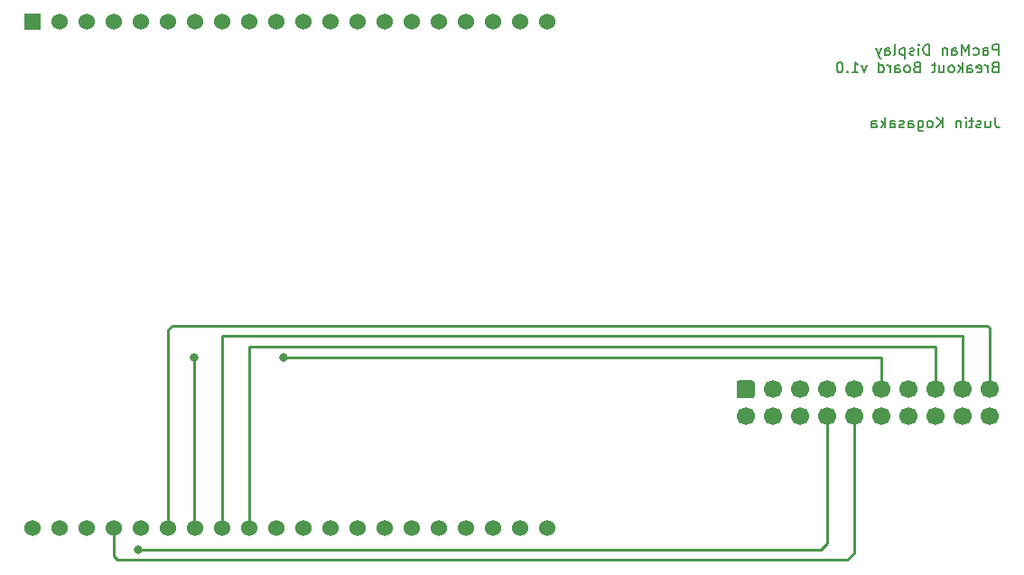
<source format=gbr>
%TF.GenerationSoftware,KiCad,Pcbnew,(5.1.10)-1*%
%TF.CreationDate,2022-03-08T20:45:29-05:00*%
%TF.ProjectId,PacMan-display,5061634d-616e-42d6-9469-73706c61792e,1.0*%
%TF.SameCoordinates,Original*%
%TF.FileFunction,Copper,L2,Bot*%
%TF.FilePolarity,Positive*%
%FSLAX46Y46*%
G04 Gerber Fmt 4.6, Leading zero omitted, Abs format (unit mm)*
G04 Created by KiCad (PCBNEW (5.1.10)-1) date 2022-03-08 20:45:29*
%MOMM*%
%LPD*%
G01*
G04 APERTURE LIST*
%TA.AperFunction,NonConductor*%
%ADD10C,0.150000*%
%TD*%
%TA.AperFunction,ComponentPad*%
%ADD11C,1.524000*%
%TD*%
%TA.AperFunction,ComponentPad*%
%ADD12R,1.524000X1.524000*%
%TD*%
%TA.AperFunction,ComponentPad*%
%ADD13C,1.700000*%
%TD*%
%TA.AperFunction,ViaPad*%
%ADD14C,0.800000*%
%TD*%
%TA.AperFunction,Conductor*%
%ADD15C,0.250000*%
%TD*%
G04 APERTURE END LIST*
D10*
X187562690Y-82950380D02*
X187562690Y-83664666D01*
X187610309Y-83807523D01*
X187705547Y-83902761D01*
X187848404Y-83950380D01*
X187943642Y-83950380D01*
X186657928Y-83283714D02*
X186657928Y-83950380D01*
X187086500Y-83283714D02*
X187086500Y-83807523D01*
X187038880Y-83902761D01*
X186943642Y-83950380D01*
X186800785Y-83950380D01*
X186705547Y-83902761D01*
X186657928Y-83855142D01*
X186229357Y-83902761D02*
X186134119Y-83950380D01*
X185943642Y-83950380D01*
X185848404Y-83902761D01*
X185800785Y-83807523D01*
X185800785Y-83759904D01*
X185848404Y-83664666D01*
X185943642Y-83617047D01*
X186086500Y-83617047D01*
X186181738Y-83569428D01*
X186229357Y-83474190D01*
X186229357Y-83426571D01*
X186181738Y-83331333D01*
X186086500Y-83283714D01*
X185943642Y-83283714D01*
X185848404Y-83331333D01*
X185515071Y-83283714D02*
X185134119Y-83283714D01*
X185372214Y-82950380D02*
X185372214Y-83807523D01*
X185324595Y-83902761D01*
X185229357Y-83950380D01*
X185134119Y-83950380D01*
X184800785Y-83950380D02*
X184800785Y-83283714D01*
X184800785Y-82950380D02*
X184848404Y-82998000D01*
X184800785Y-83045619D01*
X184753166Y-82998000D01*
X184800785Y-82950380D01*
X184800785Y-83045619D01*
X184324595Y-83283714D02*
X184324595Y-83950380D01*
X184324595Y-83378952D02*
X184276976Y-83331333D01*
X184181738Y-83283714D01*
X184038880Y-83283714D01*
X183943642Y-83331333D01*
X183896023Y-83426571D01*
X183896023Y-83950380D01*
X182657928Y-83950380D02*
X182657928Y-82950380D01*
X182086500Y-83950380D02*
X182515071Y-83378952D01*
X182086500Y-82950380D02*
X182657928Y-83521809D01*
X181515071Y-83950380D02*
X181610309Y-83902761D01*
X181657928Y-83855142D01*
X181705547Y-83759904D01*
X181705547Y-83474190D01*
X181657928Y-83378952D01*
X181610309Y-83331333D01*
X181515071Y-83283714D01*
X181372214Y-83283714D01*
X181276976Y-83331333D01*
X181229357Y-83378952D01*
X181181738Y-83474190D01*
X181181738Y-83759904D01*
X181229357Y-83855142D01*
X181276976Y-83902761D01*
X181372214Y-83950380D01*
X181515071Y-83950380D01*
X180324595Y-83283714D02*
X180324595Y-84093238D01*
X180372214Y-84188476D01*
X180419833Y-84236095D01*
X180515071Y-84283714D01*
X180657928Y-84283714D01*
X180753166Y-84236095D01*
X180324595Y-83902761D02*
X180419833Y-83950380D01*
X180610309Y-83950380D01*
X180705547Y-83902761D01*
X180753166Y-83855142D01*
X180800785Y-83759904D01*
X180800785Y-83474190D01*
X180753166Y-83378952D01*
X180705547Y-83331333D01*
X180610309Y-83283714D01*
X180419833Y-83283714D01*
X180324595Y-83331333D01*
X179419833Y-83950380D02*
X179419833Y-83426571D01*
X179467452Y-83331333D01*
X179562690Y-83283714D01*
X179753166Y-83283714D01*
X179848404Y-83331333D01*
X179419833Y-83902761D02*
X179515071Y-83950380D01*
X179753166Y-83950380D01*
X179848404Y-83902761D01*
X179896023Y-83807523D01*
X179896023Y-83712285D01*
X179848404Y-83617047D01*
X179753166Y-83569428D01*
X179515071Y-83569428D01*
X179419833Y-83521809D01*
X178991261Y-83902761D02*
X178896023Y-83950380D01*
X178705547Y-83950380D01*
X178610309Y-83902761D01*
X178562690Y-83807523D01*
X178562690Y-83759904D01*
X178610309Y-83664666D01*
X178705547Y-83617047D01*
X178848404Y-83617047D01*
X178943642Y-83569428D01*
X178991261Y-83474190D01*
X178991261Y-83426571D01*
X178943642Y-83331333D01*
X178848404Y-83283714D01*
X178705547Y-83283714D01*
X178610309Y-83331333D01*
X177705547Y-83950380D02*
X177705547Y-83426571D01*
X177753166Y-83331333D01*
X177848404Y-83283714D01*
X178038880Y-83283714D01*
X178134119Y-83331333D01*
X177705547Y-83902761D02*
X177800785Y-83950380D01*
X178038880Y-83950380D01*
X178134119Y-83902761D01*
X178181738Y-83807523D01*
X178181738Y-83712285D01*
X178134119Y-83617047D01*
X178038880Y-83569428D01*
X177800785Y-83569428D01*
X177705547Y-83521809D01*
X177229357Y-83950380D02*
X177229357Y-82950380D01*
X177134119Y-83569428D02*
X176848404Y-83950380D01*
X176848404Y-83283714D02*
X177229357Y-83664666D01*
X175991261Y-83950380D02*
X175991261Y-83426571D01*
X176038880Y-83331333D01*
X176134119Y-83283714D01*
X176324595Y-83283714D01*
X176419833Y-83331333D01*
X175991261Y-83902761D02*
X176086500Y-83950380D01*
X176324595Y-83950380D01*
X176419833Y-83902761D01*
X176467452Y-83807523D01*
X176467452Y-83712285D01*
X176419833Y-83617047D01*
X176324595Y-83569428D01*
X176086500Y-83569428D01*
X175991261Y-83521809D01*
X187848404Y-77125380D02*
X187848404Y-76125380D01*
X187467452Y-76125380D01*
X187372214Y-76173000D01*
X187324595Y-76220619D01*
X187276976Y-76315857D01*
X187276976Y-76458714D01*
X187324595Y-76553952D01*
X187372214Y-76601571D01*
X187467452Y-76649190D01*
X187848404Y-76649190D01*
X186419833Y-77125380D02*
X186419833Y-76601571D01*
X186467452Y-76506333D01*
X186562690Y-76458714D01*
X186753166Y-76458714D01*
X186848404Y-76506333D01*
X186419833Y-77077761D02*
X186515071Y-77125380D01*
X186753166Y-77125380D01*
X186848404Y-77077761D01*
X186896023Y-76982523D01*
X186896023Y-76887285D01*
X186848404Y-76792047D01*
X186753166Y-76744428D01*
X186515071Y-76744428D01*
X186419833Y-76696809D01*
X185515071Y-77077761D02*
X185610309Y-77125380D01*
X185800785Y-77125380D01*
X185896023Y-77077761D01*
X185943642Y-77030142D01*
X185991261Y-76934904D01*
X185991261Y-76649190D01*
X185943642Y-76553952D01*
X185896023Y-76506333D01*
X185800785Y-76458714D01*
X185610309Y-76458714D01*
X185515071Y-76506333D01*
X185086500Y-77125380D02*
X185086500Y-76125380D01*
X184753166Y-76839666D01*
X184419833Y-76125380D01*
X184419833Y-77125380D01*
X183515071Y-77125380D02*
X183515071Y-76601571D01*
X183562690Y-76506333D01*
X183657928Y-76458714D01*
X183848404Y-76458714D01*
X183943642Y-76506333D01*
X183515071Y-77077761D02*
X183610309Y-77125380D01*
X183848404Y-77125380D01*
X183943642Y-77077761D01*
X183991261Y-76982523D01*
X183991261Y-76887285D01*
X183943642Y-76792047D01*
X183848404Y-76744428D01*
X183610309Y-76744428D01*
X183515071Y-76696809D01*
X183038880Y-76458714D02*
X183038880Y-77125380D01*
X183038880Y-76553952D02*
X182991261Y-76506333D01*
X182896023Y-76458714D01*
X182753166Y-76458714D01*
X182657928Y-76506333D01*
X182610309Y-76601571D01*
X182610309Y-77125380D01*
X181372214Y-77125380D02*
X181372214Y-76125380D01*
X181134119Y-76125380D01*
X180991261Y-76173000D01*
X180896023Y-76268238D01*
X180848404Y-76363476D01*
X180800785Y-76553952D01*
X180800785Y-76696809D01*
X180848404Y-76887285D01*
X180896023Y-76982523D01*
X180991261Y-77077761D01*
X181134119Y-77125380D01*
X181372214Y-77125380D01*
X180372214Y-77125380D02*
X180372214Y-76458714D01*
X180372214Y-76125380D02*
X180419833Y-76173000D01*
X180372214Y-76220619D01*
X180324595Y-76173000D01*
X180372214Y-76125380D01*
X180372214Y-76220619D01*
X179943642Y-77077761D02*
X179848404Y-77125380D01*
X179657928Y-77125380D01*
X179562690Y-77077761D01*
X179515071Y-76982523D01*
X179515071Y-76934904D01*
X179562690Y-76839666D01*
X179657928Y-76792047D01*
X179800785Y-76792047D01*
X179896023Y-76744428D01*
X179943642Y-76649190D01*
X179943642Y-76601571D01*
X179896023Y-76506333D01*
X179800785Y-76458714D01*
X179657928Y-76458714D01*
X179562690Y-76506333D01*
X179086500Y-76458714D02*
X179086500Y-77458714D01*
X179086500Y-76506333D02*
X178991261Y-76458714D01*
X178800785Y-76458714D01*
X178705547Y-76506333D01*
X178657928Y-76553952D01*
X178610309Y-76649190D01*
X178610309Y-76934904D01*
X178657928Y-77030142D01*
X178705547Y-77077761D01*
X178800785Y-77125380D01*
X178991261Y-77125380D01*
X179086500Y-77077761D01*
X178038880Y-77125380D02*
X178134119Y-77077761D01*
X178181738Y-76982523D01*
X178181738Y-76125380D01*
X177229357Y-77125380D02*
X177229357Y-76601571D01*
X177276976Y-76506333D01*
X177372214Y-76458714D01*
X177562690Y-76458714D01*
X177657928Y-76506333D01*
X177229357Y-77077761D02*
X177324595Y-77125380D01*
X177562690Y-77125380D01*
X177657928Y-77077761D01*
X177705547Y-76982523D01*
X177705547Y-76887285D01*
X177657928Y-76792047D01*
X177562690Y-76744428D01*
X177324595Y-76744428D01*
X177229357Y-76696809D01*
X176848404Y-76458714D02*
X176610309Y-77125380D01*
X176372214Y-76458714D02*
X176610309Y-77125380D01*
X176705547Y-77363476D01*
X176753166Y-77411095D01*
X176848404Y-77458714D01*
X187515071Y-78251571D02*
X187372214Y-78299190D01*
X187324595Y-78346809D01*
X187276976Y-78442047D01*
X187276976Y-78584904D01*
X187324595Y-78680142D01*
X187372214Y-78727761D01*
X187467452Y-78775380D01*
X187848404Y-78775380D01*
X187848404Y-77775380D01*
X187515071Y-77775380D01*
X187419833Y-77823000D01*
X187372214Y-77870619D01*
X187324595Y-77965857D01*
X187324595Y-78061095D01*
X187372214Y-78156333D01*
X187419833Y-78203952D01*
X187515071Y-78251571D01*
X187848404Y-78251571D01*
X186848404Y-78775380D02*
X186848404Y-78108714D01*
X186848404Y-78299190D02*
X186800785Y-78203952D01*
X186753166Y-78156333D01*
X186657928Y-78108714D01*
X186562690Y-78108714D01*
X185848404Y-78727761D02*
X185943642Y-78775380D01*
X186134119Y-78775380D01*
X186229357Y-78727761D01*
X186276976Y-78632523D01*
X186276976Y-78251571D01*
X186229357Y-78156333D01*
X186134119Y-78108714D01*
X185943642Y-78108714D01*
X185848404Y-78156333D01*
X185800785Y-78251571D01*
X185800785Y-78346809D01*
X186276976Y-78442047D01*
X184943642Y-78775380D02*
X184943642Y-78251571D01*
X184991261Y-78156333D01*
X185086500Y-78108714D01*
X185276976Y-78108714D01*
X185372214Y-78156333D01*
X184943642Y-78727761D02*
X185038880Y-78775380D01*
X185276976Y-78775380D01*
X185372214Y-78727761D01*
X185419833Y-78632523D01*
X185419833Y-78537285D01*
X185372214Y-78442047D01*
X185276976Y-78394428D01*
X185038880Y-78394428D01*
X184943642Y-78346809D01*
X184467452Y-78775380D02*
X184467452Y-77775380D01*
X184372214Y-78394428D02*
X184086500Y-78775380D01*
X184086500Y-78108714D02*
X184467452Y-78489666D01*
X183515071Y-78775380D02*
X183610309Y-78727761D01*
X183657928Y-78680142D01*
X183705547Y-78584904D01*
X183705547Y-78299190D01*
X183657928Y-78203952D01*
X183610309Y-78156333D01*
X183515071Y-78108714D01*
X183372214Y-78108714D01*
X183276976Y-78156333D01*
X183229357Y-78203952D01*
X183181738Y-78299190D01*
X183181738Y-78584904D01*
X183229357Y-78680142D01*
X183276976Y-78727761D01*
X183372214Y-78775380D01*
X183515071Y-78775380D01*
X182324595Y-78108714D02*
X182324595Y-78775380D01*
X182753166Y-78108714D02*
X182753166Y-78632523D01*
X182705547Y-78727761D01*
X182610309Y-78775380D01*
X182467452Y-78775380D01*
X182372214Y-78727761D01*
X182324595Y-78680142D01*
X181991261Y-78108714D02*
X181610309Y-78108714D01*
X181848404Y-77775380D02*
X181848404Y-78632523D01*
X181800785Y-78727761D01*
X181705547Y-78775380D01*
X181610309Y-78775380D01*
X180181738Y-78251571D02*
X180038880Y-78299190D01*
X179991261Y-78346809D01*
X179943642Y-78442047D01*
X179943642Y-78584904D01*
X179991261Y-78680142D01*
X180038880Y-78727761D01*
X180134119Y-78775380D01*
X180515071Y-78775380D01*
X180515071Y-77775380D01*
X180181738Y-77775380D01*
X180086500Y-77823000D01*
X180038880Y-77870619D01*
X179991261Y-77965857D01*
X179991261Y-78061095D01*
X180038880Y-78156333D01*
X180086500Y-78203952D01*
X180181738Y-78251571D01*
X180515071Y-78251571D01*
X179372214Y-78775380D02*
X179467452Y-78727761D01*
X179515071Y-78680142D01*
X179562690Y-78584904D01*
X179562690Y-78299190D01*
X179515071Y-78203952D01*
X179467452Y-78156333D01*
X179372214Y-78108714D01*
X179229357Y-78108714D01*
X179134119Y-78156333D01*
X179086500Y-78203952D01*
X179038880Y-78299190D01*
X179038880Y-78584904D01*
X179086500Y-78680142D01*
X179134119Y-78727761D01*
X179229357Y-78775380D01*
X179372214Y-78775380D01*
X178181738Y-78775380D02*
X178181738Y-78251571D01*
X178229357Y-78156333D01*
X178324595Y-78108714D01*
X178515071Y-78108714D01*
X178610309Y-78156333D01*
X178181738Y-78727761D02*
X178276976Y-78775380D01*
X178515071Y-78775380D01*
X178610309Y-78727761D01*
X178657928Y-78632523D01*
X178657928Y-78537285D01*
X178610309Y-78442047D01*
X178515071Y-78394428D01*
X178276976Y-78394428D01*
X178181738Y-78346809D01*
X177705547Y-78775380D02*
X177705547Y-78108714D01*
X177705547Y-78299190D02*
X177657928Y-78203952D01*
X177610309Y-78156333D01*
X177515071Y-78108714D01*
X177419833Y-78108714D01*
X176657928Y-78775380D02*
X176657928Y-77775380D01*
X176657928Y-78727761D02*
X176753166Y-78775380D01*
X176943642Y-78775380D01*
X177038880Y-78727761D01*
X177086500Y-78680142D01*
X177134119Y-78584904D01*
X177134119Y-78299190D01*
X177086500Y-78203952D01*
X177038880Y-78156333D01*
X176943642Y-78108714D01*
X176753166Y-78108714D01*
X176657928Y-78156333D01*
X175515071Y-78108714D02*
X175276976Y-78775380D01*
X175038880Y-78108714D01*
X174134119Y-78775380D02*
X174705547Y-78775380D01*
X174419833Y-78775380D02*
X174419833Y-77775380D01*
X174515071Y-77918238D01*
X174610309Y-78013476D01*
X174705547Y-78061095D01*
X173705547Y-78680142D02*
X173657928Y-78727761D01*
X173705547Y-78775380D01*
X173753166Y-78727761D01*
X173705547Y-78680142D01*
X173705547Y-78775380D01*
X173038880Y-77775380D02*
X172943642Y-77775380D01*
X172848404Y-77823000D01*
X172800785Y-77870619D01*
X172753166Y-77965857D01*
X172705547Y-78156333D01*
X172705547Y-78394428D01*
X172753166Y-78584904D01*
X172800785Y-78680142D01*
X172848404Y-78727761D01*
X172943642Y-78775380D01*
X173038880Y-78775380D01*
X173134119Y-78727761D01*
X173181738Y-78680142D01*
X173229357Y-78584904D01*
X173276976Y-78394428D01*
X173276976Y-78156333D01*
X173229357Y-77965857D01*
X173181738Y-77870619D01*
X173134119Y-77823000D01*
X173038880Y-77775380D01*
D11*
%TO.P,U1,40*%
%TO.N,Net-(U1-Pad40)*%
X145556000Y-121536000D03*
%TO.P,U1,39*%
%TO.N,Net-(U1-Pad39)*%
X143016000Y-121536000D03*
%TO.P,U1,38*%
%TO.N,/DISP_3V3*%
X140476000Y-121536000D03*
%TO.P,U1,37*%
X137936000Y-121536000D03*
%TO.P,U1,36*%
X135396000Y-121536000D03*
%TO.P,U1,35*%
%TO.N,Net-(U1-Pad35)*%
X132856000Y-121536000D03*
%TO.P,U1,34*%
%TO.N,Net-(U1-Pad34)*%
X130316000Y-121536000D03*
%TO.P,U1,33*%
%TO.N,Net-(U1-Pad33)*%
X127776000Y-121536000D03*
%TO.P,U1,32*%
%TO.N,Net-(U1-Pad32)*%
X125236000Y-121536000D03*
%TO.P,U1,31*%
%TO.N,Net-(U1-Pad31)*%
X122696000Y-121536000D03*
%TO.P,U1,30*%
%TO.N,Net-(U1-Pad30)*%
X120156000Y-121536000D03*
%TO.P,U1,29*%
%TO.N,/DISP_RST*%
X117616000Y-121536000D03*
%TO.P,U1,28*%
%TO.N,/DISP_DC*%
X115076000Y-121536000D03*
%TO.P,U1,27*%
%TO.N,/DISP_CS*%
X112536000Y-121536000D03*
%TO.P,U1,26*%
%TO.N,/DISP_MOSI*%
X109996000Y-121536000D03*
%TO.P,U1,25*%
%TO.N,Net-(U1-Pad25)*%
X107456000Y-121536000D03*
%TO.P,U1,24*%
%TO.N,/DISP_CLK*%
X104916000Y-121536000D03*
%TO.P,U1,23*%
%TO.N,/DISP_3V3*%
X102376000Y-121536000D03*
%TO.P,U1,22*%
%TO.N,+3V3*%
X99836000Y-121536000D03*
%TO.P,U1,21*%
%TO.N,GND*%
X97296000Y-121536000D03*
%TO.P,U1,20*%
%TO.N,Net-(U1-Pad20)*%
X145556000Y-74038000D03*
%TO.P,U1,19*%
%TO.N,Net-(U1-Pad19)*%
X143016000Y-74038000D03*
%TO.P,U1,18*%
%TO.N,Net-(U1-Pad18)*%
X140476000Y-74038000D03*
%TO.P,U1,17*%
%TO.N,Net-(U1-Pad17)*%
X137936000Y-74038000D03*
%TO.P,U1,16*%
%TO.N,Net-(U1-Pad16)*%
X135396000Y-74038000D03*
%TO.P,U1,15*%
%TO.N,Net-(U1-Pad15)*%
X132856000Y-74038000D03*
%TO.P,U1,14*%
%TO.N,Net-(U1-Pad14)*%
X130316000Y-74038000D03*
%TO.P,U1,13*%
%TO.N,Net-(U1-Pad13)*%
X127776000Y-74038000D03*
%TO.P,U1,12*%
%TO.N,Net-(U1-Pad12)*%
X125236000Y-74038000D03*
%TO.P,U1,11*%
%TO.N,Net-(U1-Pad11)*%
X122696000Y-74038000D03*
%TO.P,U1,10*%
%TO.N,Net-(U1-Pad10)*%
X120156000Y-74038000D03*
%TO.P,U1,9*%
%TO.N,Net-(U1-Pad9)*%
X117616000Y-74038000D03*
%TO.P,U1,8*%
%TO.N,Net-(U1-Pad8)*%
X115076000Y-74038000D03*
%TO.P,U1,7*%
%TO.N,Net-(U1-Pad7)*%
X112536000Y-74038000D03*
%TO.P,U1,6*%
%TO.N,Net-(U1-Pad6)*%
X109996000Y-74038000D03*
%TO.P,U1,5*%
%TO.N,Net-(U1-Pad5)*%
X107456000Y-74038000D03*
%TO.P,U1,4*%
%TO.N,Net-(U1-Pad4)*%
X104916000Y-74038000D03*
%TO.P,U1,3*%
%TO.N,Net-(U1-Pad3)*%
X102376000Y-74038000D03*
%TO.P,U1,2*%
%TO.N,Net-(U1-Pad2)*%
X99836000Y-74038000D03*
D12*
%TO.P,U1,1*%
%TO.N,Net-(U1-Pad1)*%
X97296000Y-74038000D03*
%TD*%
D13*
%TO.P,J1,20*%
%TO.N,GND*%
X187014000Y-111038000D03*
%TO.P,J1,18*%
X184474000Y-111038000D03*
%TO.P,J1,16*%
X181934000Y-111038000D03*
%TO.P,J1,14*%
X179394000Y-111038000D03*
%TO.P,J1,12*%
X176854000Y-111038000D03*
%TO.P,J1,10*%
%TO.N,/DISP_CLK*%
X174314000Y-111038000D03*
%TO.P,J1,8*%
%TO.N,+3V3*%
X171774000Y-111038000D03*
%TO.P,J1,6*%
%TO.N,Net-(J1-Pad6)*%
X169234000Y-111038000D03*
%TO.P,J1,4*%
%TO.N,/TS_ACTIVE*%
X166694000Y-111038000D03*
%TO.P,J1,2*%
%TO.N,+24V*%
X164154000Y-111038000D03*
%TO.P,J1,19*%
%TO.N,/DISP_MOSI*%
X187014000Y-108498000D03*
%TO.P,J1,17*%
%TO.N,/DISP_DC*%
X184474000Y-108498000D03*
%TO.P,J1,15*%
%TO.N,/DISP_RST*%
X181934000Y-108498000D03*
%TO.P,J1,13*%
%TO.N,Net-(J1-Pad13)*%
X179394000Y-108498000D03*
%TO.P,J1,11*%
%TO.N,/DISP_CS*%
X176854000Y-108498000D03*
%TO.P,J1,9*%
%TO.N,/BTN_RIGHT*%
X174314000Y-108498000D03*
%TO.P,J1,7*%
%TO.N,/BTN_CENTER*%
X171774000Y-108498000D03*
%TO.P,J1,5*%
%TO.N,/BTN_DOWN*%
X169234000Y-108498000D03*
%TO.P,J1,3*%
%TO.N,/BTN_UP*%
X166694000Y-108498000D03*
%TO.P,J1,1*%
%TO.N,/BTN_LEFT*%
%TA.AperFunction,ComponentPad*%
G36*
G01*
X163554000Y-107648000D02*
X164754000Y-107648000D01*
G75*
G02*
X165004000Y-107898000I0J-250000D01*
G01*
X165004000Y-109098000D01*
G75*
G02*
X164754000Y-109348000I-250000J0D01*
G01*
X163554000Y-109348000D01*
G75*
G02*
X163304000Y-109098000I0J250000D01*
G01*
X163304000Y-107898000D01*
G75*
G02*
X163554000Y-107648000I250000J0D01*
G01*
G37*
%TD.AperFunction*%
%TD*%
D14*
%TO.N,+3V3*%
X107184000Y-123498000D03*
%TO.N,/DISP_CS*%
X120859000Y-105498000D03*
X112484000Y-105498000D03*
%TD*%
D15*
%TO.N,+3V3*%
X171774000Y-111038000D02*
X171774000Y-122908000D01*
X171774000Y-122908000D02*
X171184000Y-123498000D01*
X171184000Y-123498000D02*
X107184000Y-123498000D01*
%TO.N,/DISP_RST*%
X181934000Y-104498000D02*
X117584000Y-104498000D01*
X181934000Y-108208000D02*
X181934000Y-104498000D01*
X117584000Y-104498000D02*
X117616000Y-121536000D01*
%TO.N,/DISP_DC*%
X184484000Y-103498000D02*
X115084000Y-103498000D01*
X184474000Y-108498000D02*
X184484000Y-103498000D01*
X115084000Y-103498000D02*
X115076000Y-121536000D01*
%TO.N,/DISP_CS*%
X176854000Y-108498000D02*
X176854000Y-105498000D01*
X176859000Y-105498000D02*
X120859000Y-105498000D01*
X112484000Y-121484000D02*
X112536000Y-121536000D01*
X112484000Y-105498000D02*
X112484000Y-121484000D01*
%TO.N,/DISP_MOSI*%
X110384000Y-102498000D02*
X109984000Y-102898000D01*
X186784000Y-102498000D02*
X110384000Y-102498000D01*
X109984000Y-102898000D02*
X109996000Y-121536000D01*
X187014000Y-102728000D02*
X186784000Y-102498000D01*
X187014000Y-108498000D02*
X187014000Y-102728000D01*
%TO.N,/DISP_CLK*%
X104926739Y-124098000D02*
X104916000Y-121536000D01*
X105284000Y-124498000D02*
X104927400Y-124096600D01*
X173684000Y-124498000D02*
X105284000Y-124498000D01*
X174314000Y-123898000D02*
X173684000Y-124498000D01*
X174314000Y-111038000D02*
X174314000Y-123898000D01*
%TD*%
M02*

</source>
